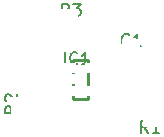
<source format=gto>
G04 --- HEADER BEGIN --- *
%TF.GenerationSoftware,LibrePCB,LibrePCB,0.1.0*%
%TF.CreationDate,2018-08-01T23:36:33*%
%TF.ProjectId,My first project - default,95d86095-1982-49ec-9766-8fcddb3e5e54,v1*%
%TF.Part,Single*%
%FSLAX66Y66*%
%MOMM*%
G01*
G74*
G04 --- HEADER END --- *
G04 --- APERTURE LIST BEGIN --- *
%ADD10C,0.25*%
%ADD11C,0.2*%
%ADD12R,1.7X1.5*%
%ADD13R,1.5X1.7*%
%ADD14R,1.26X0.85*%
G04 --- APERTURE LIST END --- *
G04 --- BOARD BEGIN --- *
D10*
X6970000Y14325000D02*
X8270000Y14325000D01*
X8270000Y11075000D01*
X6970000Y11075000D01*
X6970000Y14325000D01*
D11*
X2222500Y10413611D02*
X1745833Y10080278D01*
X2222500Y9842500D02*
X1222500Y9842500D01*
X1222500Y10223611D01*
X1270278Y10319167D01*
X1318056Y10365833D01*
X1412500Y10413611D01*
X1555833Y10413611D01*
X1651389Y10365833D01*
X1699167Y10319167D01*
X1745833Y10223611D01*
X1745833Y9842500D01*
X1318056Y10861389D02*
X1270278Y10909167D01*
X1222500Y11003611D01*
X1222500Y11242500D01*
X1270278Y11336944D01*
X1318056Y11384722D01*
X1412500Y11432500D01*
X1508056Y11432500D01*
X1651389Y11384722D01*
X2222500Y10813611D01*
X2222500Y11432500D01*
X13316389Y8207500D02*
X12983056Y8684167D01*
X12745278Y8207500D02*
X12745278Y9207500D01*
X13126389Y9207500D01*
X13221945Y9159722D01*
X13268611Y9111944D01*
X13316389Y9017500D01*
X13316389Y8874167D01*
X13268611Y8778611D01*
X13221945Y8730833D01*
X13126389Y8684167D01*
X12745278Y8684167D01*
X14287500Y8207500D02*
X13716389Y8207500D01*
X14001945Y8207500D02*
X14001945Y9207500D01*
X13906389Y9064167D01*
X13811945Y8969722D01*
X13716389Y8921944D01*
X6320000Y14000000D02*
X6320000Y15000000D01*
X7338889Y14095556D02*
X7291111Y14047778D01*
X7148889Y14000000D01*
X7053333Y14000000D01*
X6910000Y14047778D01*
X6815556Y14143333D01*
X6767778Y14237778D01*
X6720000Y14428889D01*
X6720000Y14571111D01*
X6767778Y14762222D01*
X6815556Y14856667D01*
X6910000Y14952222D01*
X7053333Y15000000D01*
X7148889Y15000000D01*
X7291111Y14952222D01*
X7338889Y14904444D01*
X8310000Y14000000D02*
X7738889Y14000000D01*
X8024445Y14000000D02*
X8024445Y15000000D01*
X7928889Y14856667D01*
X7834445Y14762222D01*
X7738889Y14714444D01*
X11731389Y15653056D02*
X11683611Y15605278D01*
X11541389Y15557500D01*
X11445833Y15557500D01*
X11302500Y15605278D01*
X11208056Y15700833D01*
X11160278Y15795278D01*
X11112500Y15986389D01*
X11112500Y16128611D01*
X11160278Y16319722D01*
X11208056Y16414167D01*
X11302500Y16509722D01*
X11445833Y16557500D01*
X11541389Y16557500D01*
X11683611Y16509722D01*
X11731389Y16461944D01*
X12702500Y15557500D02*
X12131389Y15557500D01*
X12416945Y15557500D02*
X12416945Y16557500D01*
X12321389Y16414167D01*
X12226945Y16319722D01*
X12131389Y16271944D01*
X6603611Y18097500D02*
X6270278Y18574167D01*
X6032500Y18097500D02*
X6032500Y19097500D01*
X6413611Y19097500D01*
X6509167Y19049722D01*
X6555833Y19001944D01*
X6603611Y18907500D01*
X6603611Y18764167D01*
X6555833Y18668611D01*
X6509167Y18620833D01*
X6413611Y18574167D01*
X6032500Y18574167D01*
X7003611Y19097500D02*
X7622500Y19097500D01*
X7289167Y18716389D01*
X7432500Y18716389D01*
X7526944Y18668611D01*
X7574722Y18620833D01*
X7622500Y18526389D01*
X7622500Y18287500D01*
X7574722Y18193056D01*
X7526944Y18145278D01*
X7432500Y18097500D01*
X7146944Y18097500D01*
X7051389Y18145278D01*
X7003611Y18193056D01*
%LPC*%
D12*
X2540000Y12380000D03*
X2540000Y10480000D03*
D13*
X11750000Y9525000D03*
X13650000Y9525000D03*
D14*
X6620000Y11700000D03*
X6620000Y12700000D03*
X6620000Y13700000D03*
X8620000Y11700000D03*
X8620000Y13700000D03*
D13*
X11850000Y15240000D03*
X13550000Y15240000D03*
X8570000Y17780000D03*
X6670000Y17780000D03*
G04 --- BOARD END --- *
%TF.MD5,ebac8ad9a3bc231549bb88ec2d8267d2*%
M02*

</source>
